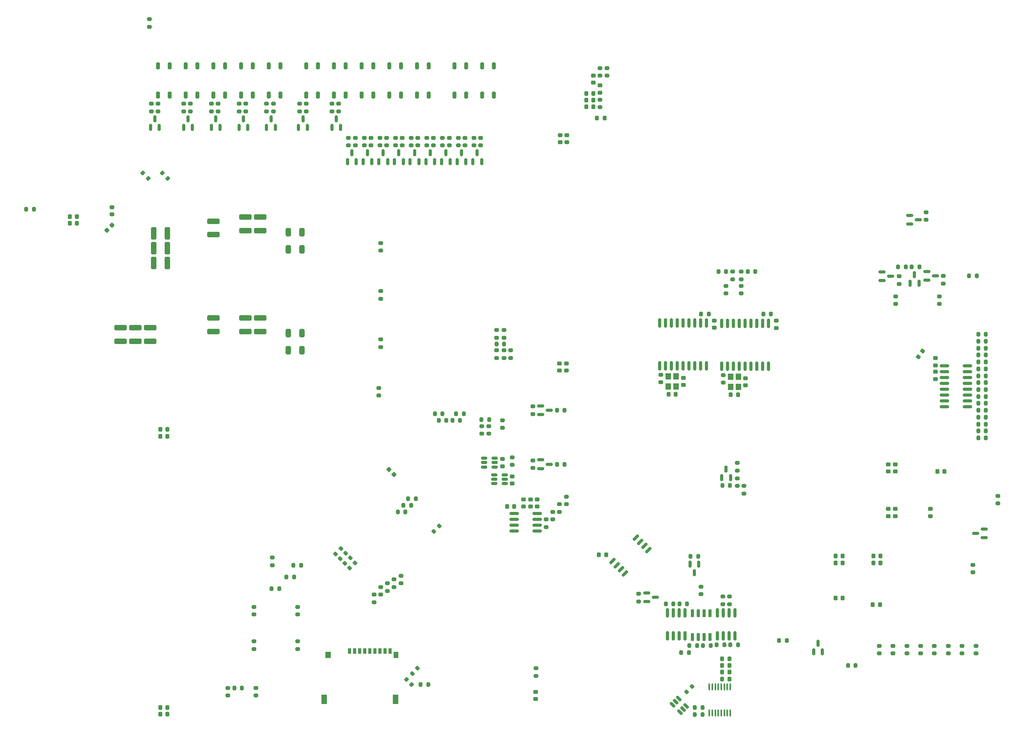
<source format=gbp>
G04 #@! TF.GenerationSoftware,KiCad,Pcbnew,8.0.1*
G04 #@! TF.CreationDate,2024-06-07T06:09:14+03:00*
G04 #@! TF.ProjectId,impeller18,696d7065-6c6c-4657-9231-382e6b696361,rev?*
G04 #@! TF.SameCoordinates,Original*
G04 #@! TF.FileFunction,Paste,Bot*
G04 #@! TF.FilePolarity,Positive*
%FSLAX46Y46*%
G04 Gerber Fmt 4.6, Leading zero omitted, Abs format (unit mm)*
G04 Created by KiCad (PCBNEW 8.0.1) date 2024-06-07 06:09:14*
%MOMM*%
%LPD*%
G01*
G04 APERTURE LIST*
G04 Aperture macros list*
%AMRoundRect*
0 Rectangle with rounded corners*
0 $1 Rounding radius*
0 $2 $3 $4 $5 $6 $7 $8 $9 X,Y pos of 4 corners*
0 Add a 4 corners polygon primitive as box body*
4,1,4,$2,$3,$4,$5,$6,$7,$8,$9,$2,$3,0*
0 Add four circle primitives for the rounded corners*
1,1,$1+$1,$2,$3*
1,1,$1+$1,$4,$5*
1,1,$1+$1,$6,$7*
1,1,$1+$1,$8,$9*
0 Add four rect primitives between the rounded corners*
20,1,$1+$1,$2,$3,$4,$5,0*
20,1,$1+$1,$4,$5,$6,$7,0*
20,1,$1+$1,$6,$7,$8,$9,0*
20,1,$1+$1,$8,$9,$2,$3,0*%
G04 Aperture macros list end*
%ADD10RoundRect,0.200000X0.275000X-0.200000X0.275000X0.200000X-0.275000X0.200000X-0.275000X-0.200000X0*%
%ADD11RoundRect,0.225000X0.250000X-0.225000X0.250000X0.225000X-0.250000X0.225000X-0.250000X-0.225000X0*%
%ADD12RoundRect,0.225000X-0.225000X-0.250000X0.225000X-0.250000X0.225000X0.250000X-0.225000X0.250000X0*%
%ADD13RoundRect,0.200000X-0.200000X-0.550000X0.200000X-0.550000X0.200000X0.550000X-0.200000X0.550000X0*%
%ADD14RoundRect,0.200000X-0.200000X-0.275000X0.200000X-0.275000X0.200000X0.275000X-0.200000X0.275000X0*%
%ADD15RoundRect,0.225000X0.225000X0.250000X-0.225000X0.250000X-0.225000X-0.250000X0.225000X-0.250000X0*%
%ADD16RoundRect,0.200000X-0.275000X0.200000X-0.275000X-0.200000X0.275000X-0.200000X0.275000X0.200000X0*%
%ADD17RoundRect,0.225000X-0.250000X0.225000X-0.250000X-0.225000X0.250000X-0.225000X0.250000X0.225000X0*%
%ADD18RoundRect,0.150000X0.150000X-0.587500X0.150000X0.587500X-0.150000X0.587500X-0.150000X-0.587500X0*%
%ADD19RoundRect,0.150000X-0.587500X-0.150000X0.587500X-0.150000X0.587500X0.150000X-0.587500X0.150000X0*%
%ADD20RoundRect,0.250000X-0.325000X-0.650000X0.325000X-0.650000X0.325000X0.650000X-0.325000X0.650000X0*%
%ADD21RoundRect,0.150000X0.150000X-0.825000X0.150000X0.825000X-0.150000X0.825000X-0.150000X-0.825000X0*%
%ADD22RoundRect,0.200000X0.053033X-0.335876X0.335876X-0.053033X-0.053033X0.335876X-0.335876X0.053033X0*%
%ADD23RoundRect,0.250000X-1.100000X0.325000X-1.100000X-0.325000X1.100000X-0.325000X1.100000X0.325000X0*%
%ADD24RoundRect,0.200000X0.200000X0.275000X-0.200000X0.275000X-0.200000X-0.275000X0.200000X-0.275000X0*%
%ADD25RoundRect,0.200000X0.335876X0.053033X0.053033X0.335876X-0.335876X-0.053033X-0.053033X-0.335876X0*%
%ADD26RoundRect,0.250000X0.325000X0.650000X-0.325000X0.650000X-0.325000X-0.650000X0.325000X-0.650000X0*%
%ADD27RoundRect,0.150000X-0.150000X0.725000X-0.150000X-0.725000X0.150000X-0.725000X0.150000X0.725000X0*%
%ADD28RoundRect,0.225000X-0.017678X0.335876X-0.335876X0.017678X0.017678X-0.335876X0.335876X-0.017678X0*%
%ADD29RoundRect,0.150000X0.512500X0.150000X-0.512500X0.150000X-0.512500X-0.150000X0.512500X-0.150000X0*%
%ADD30RoundRect,0.200000X-0.053033X0.335876X-0.335876X0.053033X0.053033X-0.335876X0.335876X-0.053033X0*%
%ADD31RoundRect,0.250000X-0.325000X-1.100000X0.325000X-1.100000X0.325000X1.100000X-0.325000X1.100000X0*%
%ADD32RoundRect,0.225000X-0.335876X-0.017678X-0.017678X-0.335876X0.335876X0.017678X0.017678X0.335876X0*%
%ADD33RoundRect,0.150000X-0.468458X0.256326X0.256326X-0.468458X0.468458X-0.256326X-0.256326X0.468458X0*%
%ADD34RoundRect,0.200000X0.100391X-0.324880X0.340006X-0.004591X-0.100391X0.324880X-0.340006X0.004591X0*%
%ADD35RoundRect,0.150000X-0.150000X0.825000X-0.150000X-0.825000X0.150000X-0.825000X0.150000X0.825000X0*%
%ADD36R,1.200000X1.400000*%
%ADD37RoundRect,0.150000X0.825000X0.150000X-0.825000X0.150000X-0.825000X-0.150000X0.825000X-0.150000X0*%
%ADD38RoundRect,0.150000X0.150000X-0.875000X0.150000X0.875000X-0.150000X0.875000X-0.150000X-0.875000X0*%
%ADD39RoundRect,0.150000X0.353553X0.565685X-0.565685X-0.353553X-0.353553X-0.565685X0.565685X0.353553X0*%
%ADD40RoundRect,0.150000X0.587500X0.150000X-0.587500X0.150000X-0.587500X-0.150000X0.587500X-0.150000X0*%
%ADD41R,0.700000X1.300000*%
%ADD42R,1.200000X2.000000*%
%ADD43R,1.050000X1.400000*%
%ADD44RoundRect,0.150000X-0.150000X0.587500X-0.150000X-0.587500X0.150000X-0.587500X0.150000X0.587500X0*%
%ADD45RoundRect,0.100000X0.100000X-0.637500X0.100000X0.637500X-0.100000X0.637500X-0.100000X-0.637500X0*%
G04 APERTURE END LIST*
D10*
X178905000Y-180658000D03*
X178905000Y-179008000D03*
D11*
X286179000Y-166035999D03*
X286179000Y-164485999D03*
D12*
X219173678Y-74201000D03*
X220723678Y-74201000D03*
D13*
X128766000Y-74526000D03*
X126226000Y-74526000D03*
X126226000Y-68226000D03*
X128766000Y-68226000D03*
D14*
X196406000Y-145086500D03*
X198056000Y-145086500D03*
D10*
X182606000Y-85481000D03*
X182606000Y-83831000D03*
D15*
X128264000Y-209086001D03*
X126714000Y-209086001D03*
X108583000Y-102435000D03*
X107033000Y-102435000D03*
D16*
X156491000Y-185794000D03*
X156491000Y-187444000D03*
D10*
X196501000Y-148151500D03*
X196501000Y-146501500D03*
X248771000Y-185206001D03*
X248771000Y-183556001D03*
D11*
X220698678Y-71876000D03*
X220698678Y-70326000D03*
D13*
X134766000Y-74526000D03*
X132226000Y-74526000D03*
X132226000Y-68226000D03*
X134766000Y-68226000D03*
D16*
X202772000Y-130041000D03*
X202772000Y-131691000D03*
D14*
X250437000Y-193993501D03*
X252087000Y-193993501D03*
D10*
X287051500Y-115595000D03*
X287051500Y-113945000D03*
X133226000Y-78081000D03*
X133226000Y-76431000D03*
D16*
X174579000Y-127646000D03*
X174579000Y-129296000D03*
D17*
X203089499Y-157446998D03*
X203089499Y-158996998D03*
D10*
X223618678Y-70326000D03*
X223618678Y-68676000D03*
D18*
X189626000Y-88993500D03*
X187726000Y-88993500D03*
X188676000Y-87118500D03*
D12*
X273233501Y-176212001D03*
X274783501Y-176212001D03*
D19*
X289318500Y-102601000D03*
X289318500Y-100701000D03*
X291193500Y-101651000D03*
D20*
X154446000Y-108114000D03*
X157396000Y-108114000D03*
D21*
X240606000Y-192036001D03*
X239336000Y-192036001D03*
X238066000Y-192036001D03*
X236796000Y-192036001D03*
X236796000Y-187086001D03*
X238066000Y-187086001D03*
X239336000Y-187086001D03*
X240606000Y-187086001D03*
D22*
X167799765Y-177365491D03*
X168966491Y-176198765D03*
D19*
X283316499Y-114895000D03*
X283316499Y-112995000D03*
X285191499Y-113945000D03*
D16*
X149766000Y-76431000D03*
X149766000Y-78081000D03*
D10*
X174525000Y-183133000D03*
X174525000Y-181483000D03*
X177445000Y-181483000D03*
X177445000Y-179833000D03*
D20*
X154446000Y-130044000D03*
X157396000Y-130044000D03*
D16*
X244015999Y-181388001D03*
X244015999Y-183038001D03*
D23*
X138229000Y-101952000D03*
X138229000Y-104902000D03*
D24*
X305875000Y-135559000D03*
X304225000Y-135559000D03*
D14*
X304225000Y-149059000D03*
X305875000Y-149059000D03*
D23*
X121304000Y-125081000D03*
X121304000Y-128031000D03*
D10*
X151011500Y-176728000D03*
X151011500Y-175078000D03*
D25*
X128269089Y-92660452D03*
X127102363Y-91493726D03*
D11*
X116203000Y-100455000D03*
X116203000Y-98905000D03*
D13*
X152766000Y-74526000D03*
X150226000Y-74526000D03*
X150226000Y-68226000D03*
X152766000Y-68226000D03*
D26*
X157396000Y-104314000D03*
X154446000Y-104314000D03*
D10*
X222158678Y-77185323D03*
X222158678Y-75535323D03*
D17*
X200926999Y-153671997D03*
X200926999Y-155221997D03*
D18*
X126446000Y-81593500D03*
X124546000Y-81593500D03*
X125496000Y-79718500D03*
D22*
X166767389Y-176333115D03*
X167934115Y-175166389D03*
D27*
X242196000Y-187186001D03*
X243466000Y-187186001D03*
X244736000Y-187186001D03*
X246006000Y-187186001D03*
X246006000Y-192336001D03*
X244736000Y-192336001D03*
X243466000Y-192336001D03*
X242196000Y-192336001D03*
D10*
X282723000Y-195904001D03*
X282723000Y-194254001D03*
X139226000Y-78081000D03*
X139226000Y-76431000D03*
D28*
X116203000Y-102844124D03*
X115106984Y-103940140D03*
D24*
X305875000Y-132559000D03*
X304225000Y-132559000D03*
D18*
X179426000Y-88993500D03*
X177526000Y-88993500D03*
X178476000Y-87118500D03*
D24*
X305875000Y-138559000D03*
X304225000Y-138559000D03*
D14*
X150841500Y-181808000D03*
X152491500Y-181808000D03*
D24*
X184856500Y-202685000D03*
X183206500Y-202685000D03*
D14*
X241780000Y-174783000D03*
X243430000Y-174783000D03*
D13*
X146766000Y-74526000D03*
X144226000Y-74526000D03*
X144226000Y-68226000D03*
X146766000Y-68226000D03*
D18*
X172626000Y-88993500D03*
X170726000Y-88993500D03*
X171676000Y-87118500D03*
D14*
X304225000Y-131059000D03*
X305875000Y-131059000D03*
D29*
X201447000Y-157097000D03*
X201447000Y-158046999D03*
X201447000Y-158996998D03*
X199172000Y-158996998D03*
X199172000Y-158046999D03*
X199172000Y-157097000D03*
D14*
X154066500Y-179268000D03*
X155716500Y-179268000D03*
D16*
X252806000Y-112928000D03*
X252806000Y-114578000D03*
X156491000Y-193294000D03*
X156491000Y-194944000D03*
D24*
X214430500Y-143067000D03*
X212780500Y-143067000D03*
X188774000Y-145228000D03*
X187124000Y-145228000D03*
D16*
X187946000Y-83831000D03*
X187946000Y-85481000D03*
X167546000Y-83831000D03*
X167546000Y-85481000D03*
X194746000Y-83831000D03*
X194746000Y-85481000D03*
D10*
X175806000Y-85481000D03*
X175806000Y-83831000D03*
D15*
X250211000Y-198506001D03*
X248661000Y-198506001D03*
D14*
X304225000Y-143059000D03*
X305875000Y-143059000D03*
D10*
X173065000Y-184783000D03*
X173065000Y-183133000D03*
D18*
X133666000Y-81593500D03*
X131766000Y-81593500D03*
X132716000Y-79718500D03*
D24*
X201312000Y-128656000D03*
X199662000Y-128656000D03*
D14*
X254206000Y-112928000D03*
X255856000Y-112928000D03*
D30*
X242097000Y-203096637D03*
X240930274Y-204263363D03*
D14*
X236396000Y-185131001D03*
X238046000Y-185131001D03*
D13*
X199086000Y-74526000D03*
X196546000Y-74526000D03*
X196546000Y-68226000D03*
X199086000Y-68226000D03*
D18*
X169226000Y-88993500D03*
X167326000Y-88993500D03*
X168276000Y-87118500D03*
D10*
X251929000Y-156132500D03*
X251929000Y-154482500D03*
D16*
X141359001Y-203399500D03*
X141359001Y-205049500D03*
D14*
X190084000Y-145228000D03*
X191734000Y-145228000D03*
D11*
X286179000Y-156346000D03*
X286179000Y-154796000D03*
D16*
X170946000Y-83831000D03*
X170946000Y-85481000D03*
D14*
X97598000Y-99318500D03*
X99248000Y-99318500D03*
D17*
X294942000Y-131744000D03*
X294942000Y-133294000D03*
D26*
X157396000Y-126244000D03*
X154446000Y-126244000D03*
D10*
X235363000Y-136992000D03*
X235363000Y-135342000D03*
X175985000Y-182308000D03*
X175985000Y-180658000D03*
D16*
X250901000Y-112928000D03*
X250901000Y-114578000D03*
D13*
X172926000Y-74526000D03*
X170386000Y-74526000D03*
X170386000Y-68226000D03*
X172926000Y-68226000D03*
D12*
X221886000Y-174463000D03*
X223436000Y-174463000D03*
D25*
X124082726Y-92660452D03*
X122916000Y-91493726D03*
D10*
X179206000Y-85481000D03*
X179206000Y-83831000D03*
X211898000Y-166776000D03*
X211898000Y-165126000D03*
X203089499Y-154909500D03*
X203089499Y-153259500D03*
D23*
X148380500Y-122969000D03*
X148380500Y-125919000D03*
D24*
X249109000Y-193996501D03*
X247459000Y-193996501D03*
D31*
X125279000Y-104633000D03*
X128229000Y-104633000D03*
D18*
X145666000Y-81593500D03*
X143766000Y-81593500D03*
X144716000Y-79718500D03*
D14*
X221463000Y-79551000D03*
X223113000Y-79551000D03*
D32*
X176318463Y-155906463D03*
X177414479Y-157002479D03*
D24*
X245703000Y-122097000D03*
X244053000Y-122097000D03*
D31*
X125279000Y-111033000D03*
X128229000Y-111033000D03*
D12*
X295323999Y-156374000D03*
X296873999Y-156374000D03*
D10*
X126226000Y-78081000D03*
X126226000Y-76431000D03*
X285723000Y-195904001D03*
X285723000Y-194254001D03*
D18*
X165826000Y-81593500D03*
X163926000Y-81593500D03*
X164876000Y-79718500D03*
D14*
X260989500Y-193068001D03*
X262639500Y-193068001D03*
D10*
X172406000Y-85481000D03*
X172406000Y-83831000D03*
D24*
X305875000Y-129559000D03*
X304225000Y-129559000D03*
D14*
X304225000Y-134059000D03*
X305875000Y-134059000D03*
D18*
X139666000Y-81593500D03*
X137766000Y-81593500D03*
X138716000Y-79718500D03*
D15*
X238568000Y-139617000D03*
X237018000Y-139617000D03*
D23*
X124504000Y-125081000D03*
X124504000Y-128031000D03*
D19*
X209268000Y-155737000D03*
X209268000Y-153837000D03*
X211143000Y-154787000D03*
D11*
X284719000Y-156346000D03*
X284719000Y-154796000D03*
D10*
X291723000Y-195904001D03*
X291723000Y-194254001D03*
D24*
X250320000Y-159407500D03*
X248670000Y-159407500D03*
D14*
X289788999Y-111886000D03*
X291438999Y-111886000D03*
D17*
X214810000Y-132897000D03*
X214810000Y-134447000D03*
D10*
X145226000Y-78081000D03*
X145226000Y-76431000D03*
X222158678Y-70326000D03*
X222158678Y-68676000D03*
D24*
X259207500Y-122169000D03*
X257557500Y-122169000D03*
D12*
X219173678Y-77121000D03*
X220723678Y-77121000D03*
D33*
X237859915Y-207015835D03*
X238531666Y-206344084D03*
X239203417Y-205672333D03*
X240812085Y-207281001D03*
X240140334Y-207952752D03*
X239468583Y-208624503D03*
D14*
X180478000Y-162241000D03*
X182128000Y-162241000D03*
D10*
X169006000Y-85481000D03*
X169006000Y-83831000D03*
D34*
X291172795Y-131479596D03*
X292161207Y-130158404D03*
D15*
X128264000Y-207626001D03*
X126714000Y-207626001D03*
D23*
X118104000Y-125081000D03*
X118104000Y-128031000D03*
D24*
X243189000Y-194192501D03*
X241539000Y-194192501D03*
X157234000Y-176728000D03*
X155584000Y-176728000D03*
D17*
X213350000Y-132897000D03*
X213350000Y-134447000D03*
D10*
X253389000Y-161132500D03*
X253389000Y-159482500D03*
D35*
X247596000Y-187086001D03*
X248866000Y-187086001D03*
X250136000Y-187086001D03*
X251406000Y-187086001D03*
X251406000Y-192036001D03*
X250136000Y-192036001D03*
X248866000Y-192036001D03*
X247596000Y-192036001D03*
D36*
X252147500Y-135759000D03*
X252147500Y-137959000D03*
X250447500Y-137959000D03*
X250447500Y-135759000D03*
D11*
X213474000Y-84796000D03*
X213474000Y-83246000D03*
D10*
X296663999Y-115510000D03*
X296663999Y-113860000D03*
X300723000Y-195904001D03*
X300723000Y-194254001D03*
D16*
X163926000Y-76431000D03*
X163926000Y-78081000D03*
D37*
X301847000Y-133364000D03*
X301847000Y-134634000D03*
X301847000Y-135904000D03*
X301847000Y-137174000D03*
X301847000Y-138444000D03*
X301847000Y-139714000D03*
X301847000Y-140984000D03*
X301847000Y-142254000D03*
X296897000Y-142254000D03*
X296897000Y-140984000D03*
X296897000Y-139714000D03*
X296897000Y-138444000D03*
X296897000Y-137174000D03*
X296897000Y-135904000D03*
X296897000Y-134634000D03*
X296897000Y-133364000D03*
D38*
X258727500Y-133479000D03*
X257457500Y-133479000D03*
X256187500Y-133479000D03*
X254917500Y-133479000D03*
X253647500Y-133479000D03*
X252377500Y-133479000D03*
X251107500Y-133479000D03*
X249837500Y-133479000D03*
X248567500Y-133479000D03*
X248567500Y-124179000D03*
X249837500Y-124179000D03*
X251107500Y-124179000D03*
X252377500Y-124179000D03*
X253647500Y-124179000D03*
X254917500Y-124179000D03*
X256187500Y-124179000D03*
X257457500Y-124179000D03*
X258727500Y-124179000D03*
D11*
X284719000Y-166035999D03*
X284719000Y-164485999D03*
D29*
X199284500Y-153471999D03*
X199284500Y-154421998D03*
X199284500Y-155371997D03*
X197009500Y-155371997D03*
X197009500Y-154421998D03*
X197009500Y-153471999D03*
D14*
X142784000Y-203399500D03*
X144434000Y-203399500D03*
D16*
X177746000Y-83831000D03*
X177746000Y-85481000D03*
D10*
X189406000Y-85481000D03*
X189406000Y-83831000D03*
X192806000Y-85481000D03*
X192806000Y-83831000D03*
D14*
X179476000Y-163701000D03*
X181126000Y-163701000D03*
D11*
X293799000Y-166035999D03*
X293799000Y-164485999D03*
D10*
X201312000Y-131691000D03*
X201312000Y-130041000D03*
D24*
X187949000Y-143768000D03*
X186299000Y-143768000D03*
D13*
X140766000Y-74526000D03*
X138226000Y-74526000D03*
X138226000Y-68226000D03*
X140766000Y-68226000D03*
D10*
X186006000Y-85481000D03*
X186006000Y-83831000D03*
X151226000Y-78081000D03*
X151226000Y-76431000D03*
D25*
X181256000Y-202685000D03*
X180089274Y-201518274D03*
D15*
X252072500Y-139689000D03*
X250522500Y-139689000D03*
D10*
X158386000Y-78081000D03*
X158386000Y-76431000D03*
X303723000Y-195904001D03*
X303723000Y-194254001D03*
D16*
X146991000Y-185794000D03*
X146991000Y-187444000D03*
D14*
X178228000Y-165161000D03*
X179878000Y-165161000D03*
D16*
X131766000Y-76431000D03*
X131766000Y-78081000D03*
D17*
X260397500Y-123604000D03*
X260397500Y-125154000D03*
D16*
X184546000Y-83831000D03*
X184546000Y-85481000D03*
D24*
X249506000Y-112928000D03*
X247856000Y-112928000D03*
D12*
X273233501Y-174752001D03*
X274783501Y-174752001D03*
D24*
X305875000Y-141559000D03*
X304225000Y-141559000D03*
X305875000Y-144559000D03*
X304225000Y-144559000D03*
D39*
X229950546Y-170735377D03*
X230848572Y-171633403D03*
X231746597Y-172531428D03*
X232644623Y-173429454D03*
X227553454Y-178520623D03*
X226655428Y-177622597D03*
X225757403Y-176724572D03*
X224859377Y-175826546D03*
D16*
X292906000Y-100001000D03*
X292906000Y-101651000D03*
D10*
X199662000Y-127271000D03*
X199662000Y-125621000D03*
D15*
X128264000Y-148683000D03*
X126714000Y-148683000D03*
D16*
X251929000Y-157832500D03*
X251929000Y-159482500D03*
D17*
X208174000Y-204231001D03*
X208174000Y-205781001D03*
D14*
X304225000Y-128059000D03*
X305875000Y-128059000D03*
D23*
X148380000Y-101039000D03*
X148380000Y-103989000D03*
D16*
X249506000Y-116028000D03*
X249506000Y-117678000D03*
D13*
X166926000Y-74526000D03*
X164386000Y-74526000D03*
X164386000Y-68226000D03*
X166926000Y-68226000D03*
D10*
X213358000Y-165126000D03*
X213358000Y-163476000D03*
X201312000Y-127271000D03*
X201312000Y-125621000D03*
D22*
X181367274Y-200249725D03*
X182534000Y-199082999D03*
D23*
X145180500Y-122969000D03*
X145180500Y-125919000D03*
D12*
X201983000Y-163981000D03*
X203533000Y-163981000D03*
D16*
X191346000Y-83831000D03*
X191346000Y-85481000D03*
D12*
X219173678Y-75661000D03*
X220723678Y-75661000D03*
D10*
X294723000Y-195904001D03*
X294723000Y-194254001D03*
D23*
X138229000Y-122969000D03*
X138229000Y-125919000D03*
D16*
X174082000Y-138179000D03*
X174082000Y-139829000D03*
D10*
X297723000Y-195904001D03*
X297723000Y-194254001D03*
D18*
X196426000Y-88993500D03*
X194526000Y-88993500D03*
X195476000Y-87118500D03*
D31*
X125279000Y-107833000D03*
X128229000Y-107833000D03*
D38*
X245223000Y-133407000D03*
X243953000Y-133407000D03*
X242683000Y-133407000D03*
X241413000Y-133407000D03*
X240143000Y-133407000D03*
X238873000Y-133407000D03*
X237603000Y-133407000D03*
X236333000Y-133407000D03*
X235063000Y-133407000D03*
X235063000Y-124107000D03*
X236333000Y-124107000D03*
X237603000Y-124107000D03*
X238873000Y-124107000D03*
X240143000Y-124107000D03*
X241413000Y-124107000D03*
X242683000Y-124107000D03*
X243953000Y-124107000D03*
X245223000Y-124107000D03*
D22*
X186081000Y-169371000D03*
X187247726Y-168204274D03*
D19*
X209268000Y-144017000D03*
X209268000Y-142117000D03*
X211143000Y-143067000D03*
D16*
X207555500Y-153962000D03*
X207555500Y-155612000D03*
X252806000Y-116028000D03*
X252806000Y-117678000D03*
D24*
X305875000Y-147559000D03*
X304225000Y-147559000D03*
D16*
X174578000Y-106696000D03*
X174578000Y-108346000D03*
D10*
X286264000Y-119958000D03*
X286264000Y-118308000D03*
D16*
X208250000Y-199099001D03*
X208250000Y-200749001D03*
D10*
X303035000Y-178280000D03*
X303035000Y-176630000D03*
D18*
X151666000Y-81593500D03*
X149766000Y-81593500D03*
X150716000Y-79718500D03*
D13*
X160926000Y-74526000D03*
X158386000Y-74526000D03*
X158386000Y-68226000D03*
X160926000Y-68226000D03*
D10*
X199662000Y-131691000D03*
X199662000Y-130041000D03*
D16*
X207555500Y-142242000D03*
X207555500Y-143892000D03*
D18*
X176026000Y-88993500D03*
X174126000Y-88993500D03*
X175076000Y-87118500D03*
D10*
X230542000Y-184598500D03*
X230542000Y-182948500D03*
D15*
X128264000Y-147223000D03*
X126714000Y-147223000D03*
D10*
X165386000Y-78081000D03*
X165386000Y-76431000D03*
D16*
X174346000Y-83831000D03*
X174346000Y-85481000D03*
D11*
X253727500Y-137634000D03*
X253727500Y-136084000D03*
D14*
X304225000Y-146059000D03*
X305875000Y-146059000D03*
D19*
X232254500Y-184636000D03*
X232254500Y-182736000D03*
X234129500Y-183686000D03*
D15*
X250211000Y-199966001D03*
X248661000Y-199966001D03*
D16*
X143766000Y-76431000D03*
X143766000Y-78081000D03*
D15*
X282895500Y-185307000D03*
X281345500Y-185307000D03*
D10*
X295764000Y-119958000D03*
X295764000Y-118308000D03*
D24*
X192559000Y-143768000D03*
X190909000Y-143768000D03*
D15*
X250211000Y-197046001D03*
X248661000Y-197046001D03*
D14*
X239736000Y-195676501D03*
X241386000Y-195676501D03*
D17*
X222158678Y-72476001D03*
X222158678Y-74026001D03*
D24*
X241006000Y-185131001D03*
X239356000Y-185131001D03*
D14*
X304225000Y-137059000D03*
X305875000Y-137059000D03*
D13*
X184926000Y-74526000D03*
X182386000Y-74526000D03*
X182386000Y-68226000D03*
X184926000Y-68226000D03*
D14*
X244499000Y-194192501D03*
X246149000Y-194192501D03*
D10*
X288723000Y-195904001D03*
X288723000Y-194254001D03*
D13*
X193086000Y-74526000D03*
X190546000Y-74526000D03*
X190546000Y-68226000D03*
X193086000Y-68226000D03*
D12*
X273233501Y-183832001D03*
X274783501Y-183832001D03*
D24*
X244380000Y-209131001D03*
X242730000Y-209131001D03*
D13*
X178926000Y-74526000D03*
X176386000Y-74526000D03*
X176386000Y-68226000D03*
X178926000Y-68226000D03*
D18*
X193026000Y-88993500D03*
X191126000Y-88993500D03*
X192076000Y-87118500D03*
D12*
X248661000Y-201426001D03*
X250211000Y-201426001D03*
D15*
X283013500Y-174752001D03*
X281463500Y-174752001D03*
D37*
X208483000Y-165506000D03*
X208483000Y-166776000D03*
X208483000Y-168046000D03*
X208483000Y-169316000D03*
X203533000Y-169316000D03*
X203533000Y-168046000D03*
X203533000Y-166776000D03*
X203533000Y-165506000D03*
D15*
X108583000Y-100975000D03*
X107033000Y-100975000D03*
D16*
X137766000Y-76431000D03*
X137766000Y-78081000D03*
X174578000Y-117171000D03*
X174578000Y-118821000D03*
D10*
X200926999Y-146859500D03*
X200926999Y-145209500D03*
X124316000Y-59716000D03*
X124316000Y-58066000D03*
D18*
X250445000Y-157695000D03*
X248545000Y-157695000D03*
X249495000Y-155820000D03*
D24*
X305875000Y-126561000D03*
X304225000Y-126561000D03*
D17*
X246893000Y-123532000D03*
X246893000Y-125082000D03*
D18*
X270421500Y-195576501D03*
X268521500Y-195576501D03*
X269471500Y-193701501D03*
D10*
X214818000Y-163476000D03*
X214818000Y-161826000D03*
X197961000Y-148151500D03*
X197961000Y-146501500D03*
D11*
X240223000Y-137562000D03*
X240223000Y-136012000D03*
D18*
X182826000Y-88993500D03*
X180926000Y-88993500D03*
X181876000Y-87118500D03*
D14*
X302220500Y-113842000D03*
X303870500Y-113842000D03*
D16*
X156926000Y-76431000D03*
X156926000Y-78081000D03*
X210438000Y-166776000D03*
X210438000Y-168426000D03*
D10*
X196206000Y-85481000D03*
X196206000Y-83831000D03*
D15*
X283013500Y-176212001D03*
X281463500Y-176212001D03*
D10*
X308442500Y-163322250D03*
X308442500Y-161672250D03*
D16*
X181146000Y-83831000D03*
X181146000Y-85481000D03*
D18*
X186226000Y-88993500D03*
X184326000Y-88993500D03*
X185276000Y-87118500D03*
D10*
X248867500Y-137064000D03*
X248867500Y-135414000D03*
D23*
X145180000Y-101039000D03*
X145180000Y-103989000D03*
D19*
X293076499Y-114792000D03*
X293076499Y-112892000D03*
X294951499Y-113842000D03*
D17*
X294942000Y-134704000D03*
X294942000Y-136254000D03*
D14*
X275947250Y-198475501D03*
X277597250Y-198475501D03*
D18*
X158606000Y-81593500D03*
X156706000Y-81593500D03*
X157656000Y-79718500D03*
D14*
X286828999Y-111886000D03*
X288478999Y-111886000D03*
D40*
X305543500Y-168848000D03*
X305543500Y-170748000D03*
X303668500Y-169798000D03*
D24*
X244380000Y-207671001D03*
X242730000Y-207671001D03*
D22*
X164702637Y-174268363D03*
X165869363Y-173101637D03*
D41*
X167768000Y-195337000D03*
X168868000Y-195337000D03*
X169968000Y-195337000D03*
X171068000Y-195337000D03*
X172168000Y-195337000D03*
X173268000Y-195337000D03*
X174368000Y-195337000D03*
X175468000Y-195337000D03*
X176568000Y-195337000D03*
D42*
X162248000Y-205887000D03*
X177768000Y-205887000D03*
D36*
X163088000Y-196187000D03*
D43*
X177843000Y-196187000D03*
D16*
X250231000Y-183556001D03*
X250231000Y-185206001D03*
X124766000Y-76431000D03*
X124766000Y-78081000D03*
D22*
X165735013Y-175300739D03*
X166901739Y-174134013D03*
D44*
X241655000Y-176495500D03*
X243555000Y-176495500D03*
X242605000Y-178370500D03*
D24*
X214430500Y-154787000D03*
X212780500Y-154787000D03*
D16*
X146991000Y-193294000D03*
X146991000Y-194944000D03*
D17*
X205563000Y-162436000D03*
X205563000Y-163986000D03*
D45*
X250411000Y-208868501D03*
X249761000Y-208868501D03*
X249111000Y-208868501D03*
X248461000Y-208868501D03*
X247811000Y-208868501D03*
X247161000Y-208868501D03*
X246511000Y-208868501D03*
X245861000Y-208868501D03*
X245861000Y-203143501D03*
X246511000Y-203143501D03*
X247161000Y-203143501D03*
X247811000Y-203143501D03*
X248461000Y-203143501D03*
X249111000Y-203143501D03*
X249761000Y-203143501D03*
X250411000Y-203143501D03*
D17*
X208483000Y-162436000D03*
X208483000Y-163986000D03*
D18*
X291343999Y-115473500D03*
X289443999Y-115473500D03*
X290393999Y-113598500D03*
D36*
X238643000Y-135687000D03*
X238643000Y-137887000D03*
X236943000Y-137887000D03*
X236943000Y-135687000D03*
D17*
X207023000Y-162436000D03*
X207023000Y-163986000D03*
X214934000Y-83246000D03*
X214934000Y-84796000D03*
D14*
X304225000Y-140059000D03*
X305875000Y-140059000D03*
D10*
X147434000Y-205049500D03*
X147434000Y-203399500D03*
M02*

</source>
